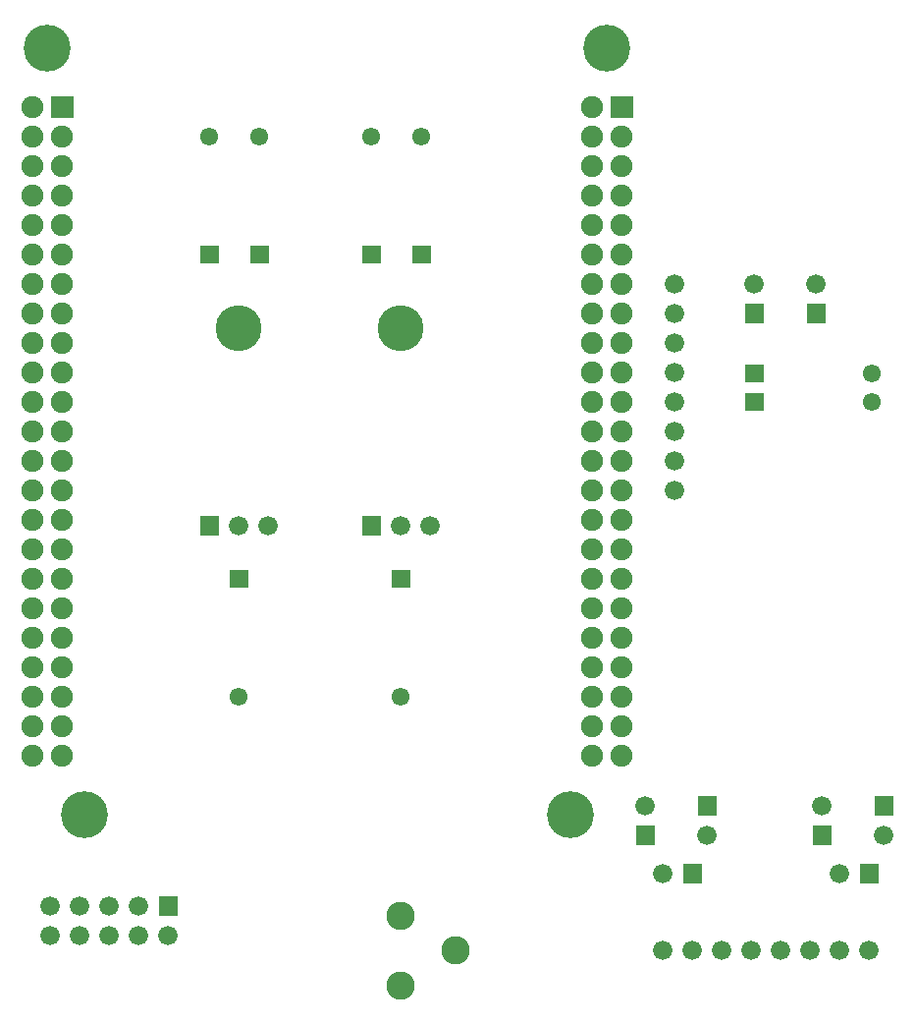
<source format=gbr>
G04 start of page 7 for group -4062 idx -4062 *
G04 Title: Motor Controller, soldermask *
G04 Creator: pcb 4.2.2 *
G04 CreationDate: Sun Nov 29 09:20:44 2020 UTC *
G04 For: kevin *
G04 Format: Gerber/RS-274X *
G04 PCB-Dimensions (mil): 3300.00 3900.00 *
G04 PCB-Coordinate-Origin: lower left *
%MOIN*%
%FSLAX25Y25*%
%LNBOTTOMMASK*%
%ADD63C,0.0960*%
%ADD62C,0.1590*%
%ADD61C,0.0610*%
%ADD60C,0.0750*%
%ADD59C,0.1560*%
%ADD58C,0.0660*%
%ADD57C,0.0001*%
G54D57*G36*
X81700Y171300D02*Y164700D01*
X88300D01*
Y171300D01*
X81700D01*
G37*
G54D58*X95000Y168000D03*
X105000D03*
G54D57*G36*
X136700Y171300D02*Y164700D01*
X143300D01*
Y171300D01*
X136700D01*
G37*
G36*
X91950Y153050D02*Y146950D01*
X98050D01*
Y153050D01*
X91950D01*
G37*
G54D59*X95000Y235000D03*
G54D57*G36*
X81950Y263050D02*Y256950D01*
X88050D01*
Y263050D01*
X81950D01*
G37*
G54D60*X25000Y230000D03*
G54D57*G36*
X98950Y263050D02*Y256950D01*
X105050D01*
Y263050D01*
X98950D01*
G37*
G54D60*X35000Y270000D03*
Y260000D03*
Y250000D03*
Y240000D03*
Y230000D03*
Y220000D03*
Y210000D03*
Y200000D03*
Y190000D03*
Y180000D03*
Y170000D03*
G54D61*X95000Y110000D03*
G54D62*X42500Y70000D03*
G54D60*X35000Y90000D03*
Y100000D03*
X25000Y90000D03*
Y100000D03*
G54D57*G36*
X67700Y42300D02*Y35700D01*
X74300D01*
Y42300D01*
X67700D01*
G37*
G54D58*X71000Y29000D03*
X61000Y39000D03*
Y29000D03*
X51000Y39000D03*
Y29000D03*
X41000Y39000D03*
X31000D03*
Y29000D03*
X41000D03*
G54D60*X35000Y160000D03*
Y150000D03*
X25000D03*
X35000Y140000D03*
Y130000D03*
Y120000D03*
Y110000D03*
X25000D03*
Y120000D03*
Y130000D03*
Y140000D03*
Y170000D03*
Y160000D03*
Y180000D03*
Y190000D03*
Y200000D03*
Y210000D03*
Y220000D03*
G54D61*X85000Y300000D03*
X102000D03*
G54D60*X25000Y310000D03*
G54D57*G36*
X31250Y313750D02*Y306250D01*
X38750D01*
Y313750D01*
X31250D01*
G37*
G54D60*X25000Y240000D03*
Y250000D03*
Y260000D03*
Y270000D03*
G54D62*X30000Y330000D03*
G54D60*X35000Y300000D03*
Y290000D03*
Y280000D03*
X25000Y290000D03*
Y280000D03*
Y300000D03*
G54D59*X150000Y235000D03*
G54D57*G36*
X136950Y263050D02*Y256950D01*
X143050D01*
Y263050D01*
X136950D01*
G37*
G54D61*X140000Y300000D03*
G54D60*X215000Y230000D03*
Y220000D03*
Y210000D03*
Y200000D03*
Y190000D03*
Y180000D03*
G54D57*G36*
X153950Y263050D02*Y256950D01*
X160050D01*
Y263050D01*
X153950D01*
G37*
G54D61*X157000Y300000D03*
G54D62*X220000Y330000D03*
G54D60*X215000Y310000D03*
Y300000D03*
G54D57*G36*
X221250Y313750D02*Y306250D01*
X228750D01*
Y313750D01*
X221250D01*
G37*
G54D60*X225000Y300000D03*
X215000Y290000D03*
Y280000D03*
X225000Y290000D03*
Y280000D03*
X215000Y270000D03*
Y260000D03*
Y250000D03*
Y240000D03*
X225000Y270000D03*
Y260000D03*
Y250000D03*
Y240000D03*
Y230000D03*
Y220000D03*
Y210000D03*
Y200000D03*
G54D57*G36*
X266950Y213050D02*Y206950D01*
X273050D01*
Y213050D01*
X266950D01*
G37*
G54D61*X310000Y210000D03*
G54D60*X225000Y190000D03*
Y180000D03*
G54D57*G36*
X287700Y243300D02*Y236700D01*
X294300D01*
Y243300D01*
X287700D01*
G37*
G54D58*X291000Y250000D03*
X243000D03*
Y240000D03*
G54D57*G36*
X266700Y243300D02*Y236700D01*
X273300D01*
Y243300D01*
X266700D01*
G37*
G54D58*X270000Y250000D03*
X243000Y230000D03*
G54D57*G36*
X266950Y222750D02*Y216650D01*
X273050D01*
Y222750D01*
X266950D01*
G37*
G54D61*X310000Y219700D03*
G54D58*X243000Y220000D03*
Y210000D03*
Y200000D03*
Y190000D03*
Y180000D03*
X150000Y168000D03*
G54D57*G36*
X146950Y153050D02*Y146950D01*
X153050D01*
Y153050D01*
X146950D01*
G37*
G54D61*X150000Y110000D03*
G54D63*Y35622D03*
Y12000D03*
G54D58*X160000Y168000D03*
G54D62*X207500Y70000D03*
G54D63*X168504Y23811D03*
G54D60*X215000Y90000D03*
X225000D03*
X215000Y170000D03*
Y160000D03*
X225000Y170000D03*
Y160000D03*
X215000Y140000D03*
Y130000D03*
Y120000D03*
Y110000D03*
Y100000D03*
X225000D03*
X215000Y150000D03*
X225000D03*
Y140000D03*
Y130000D03*
Y120000D03*
Y110000D03*
G54D58*X279000Y24000D03*
X309000D03*
X299000D03*
X289000D03*
X269000D03*
X259000D03*
X249000D03*
G54D57*G36*
X245700Y53300D02*Y46700D01*
X252300D01*
Y53300D01*
X245700D01*
G37*
G36*
X250700Y76300D02*Y69700D01*
X257300D01*
Y76300D01*
X250700D01*
G37*
G54D58*X254000Y63000D03*
X239000Y24000D03*
Y50000D03*
G54D57*G36*
X229700Y66300D02*Y59700D01*
X236300D01*
Y66300D01*
X229700D01*
G37*
G54D58*X233000Y73000D03*
G54D57*G36*
X305700Y53300D02*Y46700D01*
X312300D01*
Y53300D01*
X305700D01*
G37*
G36*
X310700Y76300D02*Y69700D01*
X317300D01*
Y76300D01*
X310700D01*
G37*
G54D58*X314000Y63000D03*
X299000Y50000D03*
G54D57*G36*
X289700Y66300D02*Y59700D01*
X296300D01*
Y66300D01*
X289700D01*
G37*
G54D58*X293000Y73000D03*
M02*

</source>
